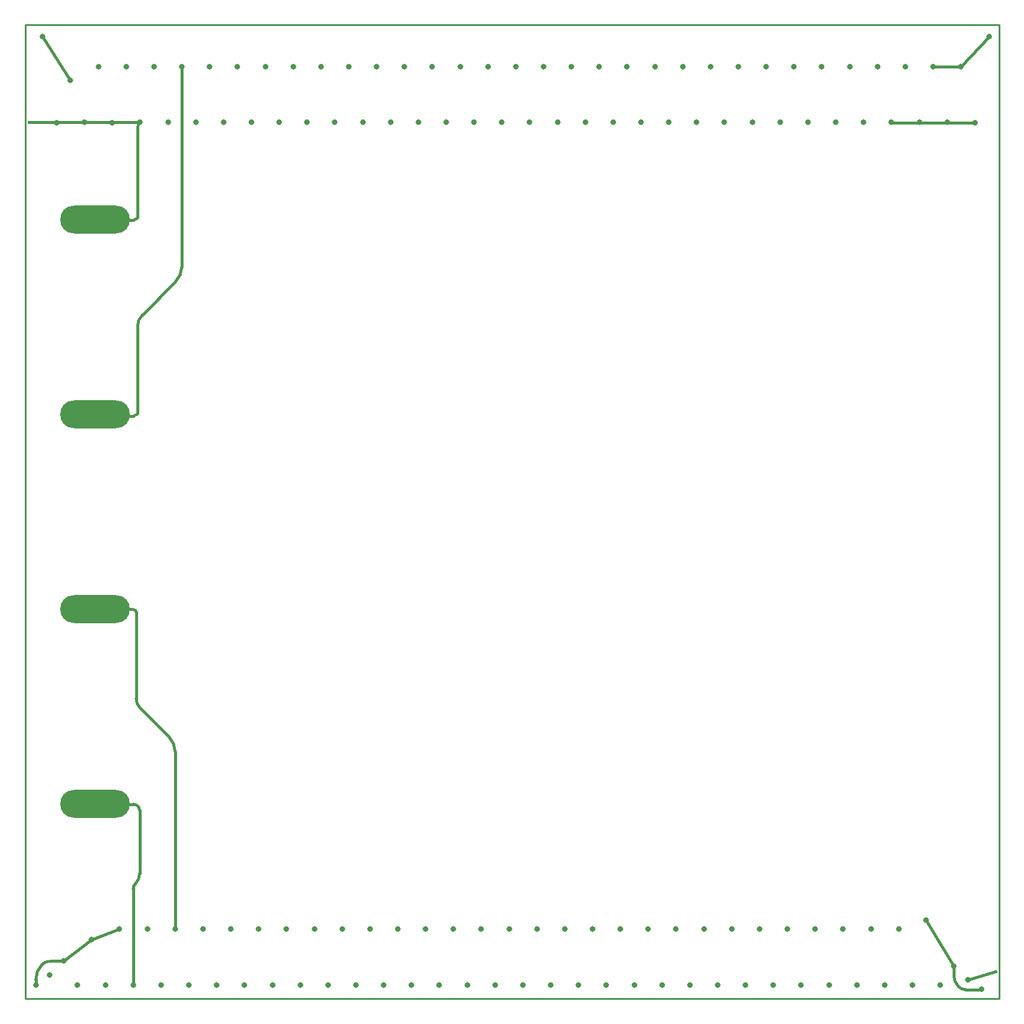
<source format=gbl>
G04*
G04 #@! TF.GenerationSoftware,Altium Limited,Altium Designer,21.3.1 (25)*
G04*
G04 Layer_Physical_Order=4*
G04 Layer_Color=39423*
%FSLAX25Y25*%
%MOIN*%
G70*
G04*
G04 #@! TF.SameCoordinates,D0EAD6BF-6444-4E14-9138-9319D8FA21D0*
G04*
G04*
G04 #@! TF.FilePolarity,Positive*
G04*
G01*
G75*
%ADD11C,0.01575*%
%ADD12C,0.03150*%
%ADD13C,0.01000*%
%ADD14C,0.01575*%
%ADD15O,0.39370X0.15748*%
D11*
X1959Y494901D02*
D03*
X548032Y15354D02*
D03*
D12*
X41258Y526392D02*
D03*
X25551Y518858D02*
D03*
X49131Y494854D02*
D03*
X33392Y494945D02*
D03*
X17681Y494878D02*
D03*
X544252Y543386D02*
D03*
X56975Y526392D02*
D03*
X72691D02*
D03*
X88408D02*
D03*
X104124D02*
D03*
X119841D02*
D03*
X135557D02*
D03*
X151274D02*
D03*
X166990D02*
D03*
X182707D02*
D03*
X198423D02*
D03*
X214140D02*
D03*
X229856D02*
D03*
X245573D02*
D03*
X261290D02*
D03*
X277006D02*
D03*
X292723D02*
D03*
X308439D02*
D03*
X324156D02*
D03*
X339872D02*
D03*
X355589D02*
D03*
X371305D02*
D03*
X387022D02*
D03*
X402738D02*
D03*
X418455D02*
D03*
X434171D02*
D03*
X449888D02*
D03*
X465604D02*
D03*
X481321D02*
D03*
X497038D02*
D03*
X9843Y543307D02*
D03*
X80557Y494988D02*
D03*
X96273D02*
D03*
X111990D02*
D03*
X127707D02*
D03*
X143423D02*
D03*
X159140D02*
D03*
X174856D02*
D03*
X190573D02*
D03*
X206289D02*
D03*
X222006D02*
D03*
X237722D02*
D03*
X253439D02*
D03*
X269155D02*
D03*
X284872D02*
D03*
X300588D02*
D03*
X316305D02*
D03*
X332021D02*
D03*
X347738D02*
D03*
X363455D02*
D03*
X379171D02*
D03*
X394888D02*
D03*
X410604D02*
D03*
X426321D02*
D03*
X442037D02*
D03*
X457754D02*
D03*
X473470D02*
D03*
X504903D02*
D03*
X520620D02*
D03*
X536299Y494803D02*
D03*
X489187Y494988D02*
D03*
X512756Y526378D02*
D03*
X528473D02*
D03*
X5906Y7874D02*
D03*
X13780Y13386D02*
D03*
X21654Y21260D02*
D03*
X29528Y7874D02*
D03*
X37402Y33465D02*
D03*
X45276Y7874D02*
D03*
X60992D02*
D03*
X76709D02*
D03*
X92425D02*
D03*
X108142D02*
D03*
X123858D02*
D03*
X139575D02*
D03*
X155291D02*
D03*
X171008D02*
D03*
X186724D02*
D03*
X202441D02*
D03*
X218158D02*
D03*
X233874D02*
D03*
X249590D02*
D03*
X265307D02*
D03*
X281024D02*
D03*
X296740D02*
D03*
X312457D02*
D03*
X328173D02*
D03*
X343890D02*
D03*
X359606D02*
D03*
X375323D02*
D03*
X391039D02*
D03*
X406756D02*
D03*
X422472D02*
D03*
X438189D02*
D03*
X453905D02*
D03*
X469622D02*
D03*
X485339D02*
D03*
X501055D02*
D03*
X516772D02*
D03*
X524409Y18504D02*
D03*
X532283Y10630D02*
D03*
X540158Y5512D02*
D03*
X68898Y39370D02*
D03*
X84646D02*
D03*
X100362D02*
D03*
X116079D02*
D03*
X131795D02*
D03*
X147512D02*
D03*
X163228D02*
D03*
X178945D02*
D03*
X194661D02*
D03*
X210378D02*
D03*
X226095D02*
D03*
X241811D02*
D03*
X257528D02*
D03*
X273244D02*
D03*
X288961D02*
D03*
X304677D02*
D03*
X320394D02*
D03*
X336110D02*
D03*
X351827D02*
D03*
X367543D02*
D03*
X383260D02*
D03*
X398976D02*
D03*
X414693D02*
D03*
X430409D02*
D03*
X446126D02*
D03*
X461842D02*
D03*
X477559D02*
D03*
X493276D02*
D03*
X508661Y44488D02*
D03*
X53150Y39370D02*
D03*
X64840Y494988D02*
D03*
D13*
X0Y0D02*
X550000D01*
X550000Y550000D02*
X550000Y0D01*
X0Y550000D02*
X550000D01*
X0Y0D02*
Y550000D01*
D14*
X14212Y21260D02*
G03*
X9441Y19284I0J-6747D01*
G01*
D02*
G03*
X5906Y10748I8535J-8535D01*
G01*
X539207Y5118D02*
G03*
X540158Y5512I0J1344D01*
G01*
X527165Y6693D02*
G03*
X530967Y5118I3802J3802D01*
G01*
X524409Y13346D02*
G03*
X527165Y6693I9409J0D01*
G01*
X61091Y439764D02*
G03*
X62992Y440551I0J2688D01*
G01*
D02*
G03*
X63386Y441502I-950J950D01*
G01*
X64840Y494988D02*
G03*
X63386Y491476I3511J-3511D01*
G01*
X62992Y329921D02*
G03*
X63386Y330872I-950J950D01*
G01*
X61091Y329134D02*
G03*
X62992Y329921I0J2688D01*
G01*
X66086Y386165D02*
G03*
X63386Y379646I6519J-6519D01*
G01*
X84872Y404951D02*
G03*
X88408Y413486I-8535J8535D01*
G01*
X62598Y218341D02*
G03*
X62205Y219291I-1344J0D01*
G01*
D02*
G03*
X60304Y220079I-1901J-1901D01*
G01*
X62598Y169567D02*
G03*
X64742Y164392I7319J0D01*
G01*
X84646Y139488D02*
G03*
X81110Y148024I-12071J0D01*
G01*
X64567Y106299D02*
G03*
X61024Y109843I-3543J0D01*
G01*
X62205Y64961D02*
G03*
X64567Y70663I-5703J5703D01*
G01*
X62205Y64961D02*
G03*
X60992Y62033I2927J-2927D01*
G01*
X9843Y543307D02*
X25551Y518858D01*
X528473Y526378D02*
X544252Y543386D01*
X14212Y21260D02*
X21654D01*
X5906Y7874D02*
Y10748D01*
X530967Y5118D02*
X539207D01*
X524409Y13346D02*
Y18504D01*
X532283Y10630D02*
X548032Y15354D01*
X508661Y44488D02*
X524409Y18504D01*
X21654Y21260D02*
X37402Y33465D01*
X53150Y39370D01*
X512756Y526378D02*
X528473D01*
X489187Y494795D02*
X536299Y494795D01*
X1959Y494901D02*
X64753D01*
X58661Y439764D02*
X60630D01*
X61091D01*
X63386Y441502D02*
Y486614D01*
Y491476D01*
Y330872D02*
Y379528D01*
X60630Y329134D02*
X61091D01*
X58661D02*
X60630D01*
X63386Y379528D02*
Y379646D01*
X66086Y386165D02*
X84872Y404951D01*
X88408Y413486D02*
Y526392D01*
X62598Y169685D02*
Y218341D01*
X59842Y220079D02*
X60304D01*
X62598Y169567D02*
Y169685D01*
X57874Y220079D02*
X59842D01*
X64742Y164392D02*
X81110Y148024D01*
X84646Y39370D02*
Y139488D01*
X58268Y109843D02*
X61024D01*
X64567Y70663D02*
Y106299D01*
X60992Y7874D02*
Y62033D01*
D15*
X39370Y440000D02*
D03*
Y330000D02*
D03*
Y220000D02*
D03*
Y110000D02*
D03*
M02*

</source>
